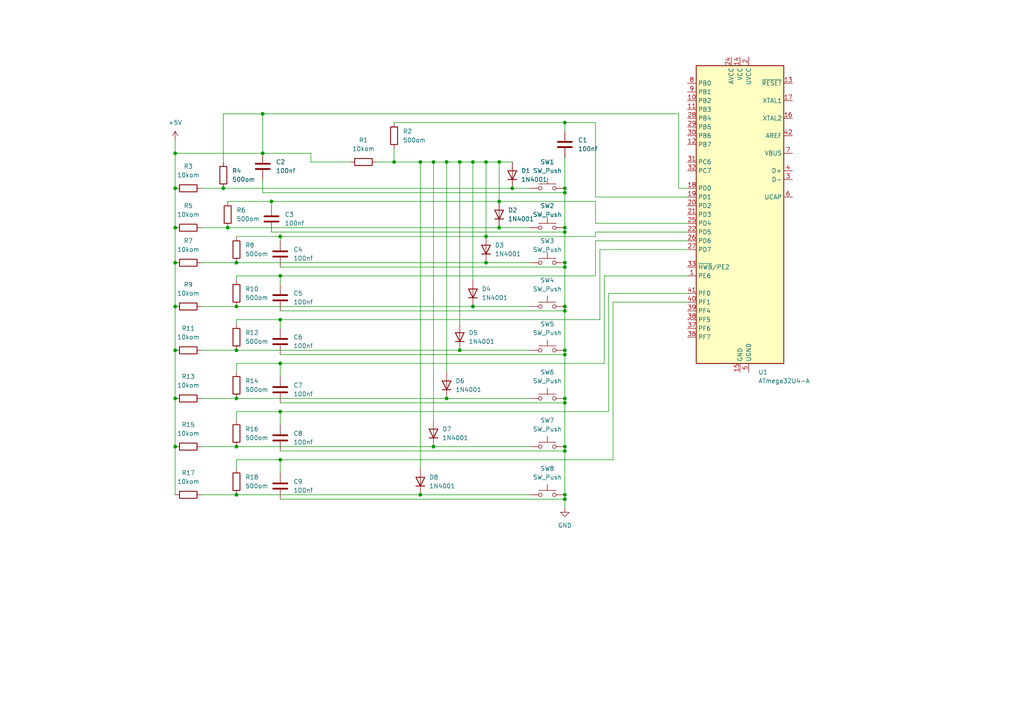
<source format=kicad_sch>
(kicad_sch (version 20211123) (generator eeschema)
  (paper "A4")
  (lib_symbols
    (symbol "Device:C" (pin_numbers hide) (pin_names (offset 0.254))
      (property "Reference" "C" (at 0.635 2.54 0))
      (property "Value" "C" (at 0.635 -2.54 0))
      (symbol "C_0_1"
        (polyline (pts (xy -2.032 -0.762) (xy 2.032 -0.762)) (stroke (width 0.508)))
        (polyline (pts (xy -2.032 0.762) (xy 2.032 0.762)) (stroke (width 0.508)))
      )
      (symbol "C_1_1"
        (pin passive line (at 0 3.81 270) (length 2.794) (name "~") (number "1"))
        (pin passive line (at 0 -3.81 90) (length 2.794) (name "~") (number "2"))
      )
    )
    (symbol "Device:R" (pin_numbers hide) (pin_names (offset 0))
      (property "Reference" "R" (at 2.032 0 90))
      (property "Value" "R" (at 0 0 90))
      (symbol "R_0_1"
        (rectangle (start -1.016 -2.54) (end 1.016 2.54) (stroke (width 0.254)))
      )
      (symbol "R_1_1"
        (pin passive line (at 0 3.81 270) (length 1.27) (name "~") (number "1"))
        (pin passive line (at 0 -3.81 90) (length 1.27) (name "~") (number "2"))
      )
    )
    (symbol "Diode:1N4001" (pin_numbers hide) (pin_names (offset 1.016) hide)
      (property "Reference" "D" (at 0 2.54 0))
      (property "Value" "1N4001" (at 0 -2.54 0))
      (symbol "1N4001_0_1"
        (polyline (pts (xy -1.27 1.27) (xy -1.27 -1.27)) (stroke (width 0.254)))
        (polyline (pts (xy 1.27 0) (xy -1.27 0)))
        (polyline (pts (xy 1.27 1.27) (xy 1.27 -1.27) (xy -1.27 0) (xy 1.27 1.27)) (stroke (width 0.254)))
      )
      (symbol "1N4001_1_1"
        (pin passive line (at -3.81 0 0) (length 2.54) (name "K") (number "1"))
        (pin passive line (at 3.81 0 180) (length 2.54) (name "A") (number "2"))
      )
    )
    (symbol "MCU_Microchip_ATmega:ATmega32U4-A"
      (property "Reference" "U" (at -12.7 44.45 0))
      (property "Value" "ATmega32U4-A" (at 2.54 -44.45 0))
      (symbol "ATmega32U4-A_0_1"
        (rectangle (start -12.7 -43.18) (end 12.7 43.18) (stroke (width 0.254)) (fill (type background)))
      )
      (symbol "ATmega32U4-A_1_1"
        (pin bidirectional line (at 15.24 -17.78 180) (length 2.54) (name "PE6") (number "1"))
        (pin bidirectional line (at 15.24 33.02 180) (length 2.54) (name "PB2") (number "10"))
        (pin bidirectional line (at 15.24 30.48 180) (length 2.54) (name "PB3") (number "11"))
        (pin bidirectional line (at 15.24 20.32 180) (length 2.54) (name "PB7") (number "12"))
        (pin input line (at -15.24 38.1 0) (length 2.54) (name "~{RESET}") (number "13"))
        (pin power_in line (at 0 45.72 270) (length 2.54) (name "VCC") (number "14"))
        (pin power_in line (at 0 -45.72 90) (length 2.54) (name "GND") (number "15"))
        (pin output line (at -15.24 27.94 0) (length 2.54) (name "XTAL2") (number "16"))
        (pin input line (at -15.24 33.02 0) (length 2.54) (name "XTAL1") (number "17"))
        (pin bidirectional line (at 15.24 7.62 180) (length 2.54) (name "PD0") (number "18"))
        (pin bidirectional line (at 15.24 5.08 180) (length 2.54) (name "PD1") (number "19"))
        (pin power_in line (at -2.54 45.72 270) (length 2.54) (name "UVCC") (number "2"))
        (pin bidirectional line (at 15.24 2.54 180) (length 2.54) (name "PD2") (number "20"))
        (pin bidirectional line (at 15.24 0 180) (length 2.54) (name "PD3") (number "21"))
        (pin bidirectional line (at 15.24 -5.08 180) (length 2.54) (name "PD5") (number "22"))
        (pin passive line (at 0 -45.72 90) (length 2.54) hide (name "GND") (number "23"))
        (pin power_in line (at 2.54 45.72 270) (length 2.54) (name "AVCC") (number "24"))
        (pin bidirectional line (at 15.24 -2.54 180) (length 2.54) (name "PD4") (number "25"))
        (pin bidirectional line (at 15.24 -7.62 180) (length 2.54) (name "PD6") (number "26"))
        (pin bidirectional line (at 15.24 -10.16 180) (length 2.54) (name "PD7") (number "27"))
        (pin bidirectional line (at 15.24 27.94 180) (length 2.54) (name "PB4") (number "28"))
        (pin bidirectional line (at 15.24 25.4 180) (length 2.54) (name "PB5") (number "29"))
        (pin bidirectional line (at -15.24 10.16 0) (length 2.54) (name "D-") (number "3"))
        (pin bidirectional line (at 15.24 22.86 180) (length 2.54) (name "PB6") (number "30"))
        (pin bidirectional line (at 15.24 15.24 180) (length 2.54) (name "PC6") (number "31"))
        (pin bidirectional line (at 15.24 12.7 180) (length 2.54) (name "PC7") (number "32"))
        (pin bidirectional line (at 15.24 -15.24 180) (length 2.54) (name "~{HWB}/PE2") (number "33"))
        (pin passive line (at 0 45.72 270) (length 2.54) hide (name "VCC") (number "34"))
        (pin passive line (at 0 -45.72 90) (length 2.54) hide (name "GND") (number "35"))
        (pin bidirectional line (at 15.24 -35.56 180) (length 2.54) (name "PF7") (number "36"))
        (pin bidirectional line (at 15.24 -33.02 180) (length 2.54) (name "PF6") (number "37"))
        (pin bidirectional line (at 15.24 -30.48 180) (length 2.54) (name "PF5") (number "38"))
        (pin bidirectional line (at 15.24 -27.94 180) (length 2.54) (name "PF4") (number "39"))
        (pin bidirectional line (at -15.24 12.7 0) (length 2.54) (name "D+") (number "4"))
        (pin bidirectional line (at 15.24 -25.4 180) (length 2.54) (name "PF1") (number "40"))
        (pin bidirectional line (at 15.24 -22.86 180) (length 2.54) (name "PF0") (number "41"))
        (pin passive line (at -15.24 22.86 0) (length 2.54) (name "AREF") (number "42"))
        (pin passive line (at 0 -45.72 90) (length 2.54) hide (name "GND") (number "43"))
        (pin passive line (at 2.54 45.72 270) (length 2.54) hide (name "AVCC") (number "44"))
        (pin passive line (at -2.54 -45.72 90) (length 2.54) (name "UGND") (number "5"))
        (pin passive line (at -15.24 5.08 0) (length 2.54) (name "UCAP") (number "6"))
        (pin input line (at -15.24 17.78 0) (length 2.54) (name "VBUS") (number "7"))
        (pin bidirectional line (at 15.24 38.1 180) (length 2.54) (name "PB0") (number "8"))
        (pin bidirectional line (at 15.24 35.56 180) (length 2.54) (name "PB1") (number "9"))
      )
    )
    (symbol "Switch:SW_Push" (pin_numbers hide) (pin_names (offset 1.016) hide)
      (property "Reference" "SW" (at 1.27 2.54 0))
      (property "Value" "SW_Push" (at 0 -1.524 0))
      (symbol "SW_Push_0_1"
        (circle (center -2.032 0) (radius 0.508))
        (polyline (pts (xy 0 1.27) (xy 0 3.048)))
        (polyline (pts (xy 2.54 1.27) (xy -2.54 1.27)))
        (circle (center 2.032 0) (radius 0.508))
        (pin passive line (at -5.08 0 0) (length 2.54) (name "1") (number "1"))
        (pin passive line (at 5.08 0 180) (length 2.54) (name "2") (number "2"))
      )
    )
    (symbol "power:+5V" (power) (pin_names (offset 0))
      (property "Value" "+5V" (at 0 3.556 0))
      (symbol "+5V_0_1"
        (polyline (pts (xy -0.762 1.27) (xy 0 2.54)))
        (polyline (pts (xy 0 0) (xy 0 2.54)))
        (polyline (pts (xy 0 2.54) (xy 0.762 1.27)))
      )
      (symbol "+5V_1_1"
        (pin power_in line (at 0 0 90) (length 0) hide (name "+5V") (number "1"))
      )
    )
    (symbol "power:GND" (power) (pin_names (offset 0))
      (property "Value" "GND" (at 0 -3.81 0))
      (symbol "GND_0_1"
        (polyline (pts (xy 0 0) (xy 0 -1.27) (xy 1.27 -1.27) (xy 0 -2.54) (xy -1.27 -1.27) (xy 0 -1.27)))
      )
      (symbol "GND_1_1"
        (pin power_in line (at 0 0 270) (length 0) hide (name "GND") (number "1"))
      )
    )
  )
  (junction (at 148.59 54.61))
  (junction (at 125.73 129.54))
  (junction (at 163.83 88.9))
  (junction (at 163.83 143.51))
  (junction (at 50.8 88.9))
  (junction (at 125.73 46.99))
  (junction (at 64.77 54.61))
  (junction (at 163.83 130.81))
  (junction (at 163.83 116.84))
  (junction (at 68.58 88.9))
  (junction (at 163.83 54.61))
  (junction (at 121.92 143.51))
  (junction (at 144.78 66.04))
  (junction (at 163.83 90.17))
  (junction (at 50.8 101.6))
  (junction (at 50.8 66.04))
  (junction (at 140.97 68.58))
  (junction (at 163.83 35.56))
  (junction (at 137.16 46.99))
  (junction (at 50.8 54.61))
  (junction (at 68.58 115.57))
  (junction (at 133.35 46.99))
  (junction (at 68.58 129.54))
  (junction (at 121.92 46.99))
  (junction (at 140.97 76.2))
  (junction (at 163.83 67.31))
  (junction (at 129.54 46.99))
  (junction (at 81.28 68.58))
  (junction (at 76.2 44.45))
  (junction (at 163.83 144.78))
  (junction (at 163.83 129.54))
  (junction (at 68.58 101.6))
  (junction (at 81.28 119.38))
  (junction (at 163.83 55.88))
  (junction (at 140.97 46.99))
  (junction (at 68.58 76.2))
  (junction (at 137.16 88.9))
  (junction (at 114.3 46.99))
  (junction (at 163.83 115.57))
  (junction (at 163.83 101.6))
  (junction (at 163.83 76.2))
  (junction (at 81.28 105.41))
  (junction (at 144.78 46.99))
  (junction (at 50.8 44.45))
  (junction (at 163.83 102.87))
  (junction (at 133.35 101.6))
  (junction (at 50.8 129.54))
  (junction (at 81.28 80.01))
  (junction (at 78.74 58.42))
  (junction (at 163.83 66.04))
  (junction (at 50.8 76.2))
  (junction (at 81.28 92.71))
  (junction (at 81.28 133.35))
  (junction (at 68.58 143.51))
  (junction (at 66.04 66.04))
  (junction (at 129.54 115.57))
  (junction (at 163.83 77.47))
  (junction (at 50.8 115.57))
  (junction (at 76.2 33.02))
  (junction (at 144.78 58.42))
  (wire (pts (xy 58.42 88.9) (xy 68.58 88.9)))
  (wire (pts (xy 68.58 133.35) (xy 81.28 133.35)))
  (wire (pts (xy 50.8 40.64) (xy 50.8 44.45)))
  (wire (pts (xy 172.72 64.77) (xy 199.39 64.77)))
  (wire (pts (xy 196.85 54.61) (xy 199.39 54.61)))
  (wire (pts (xy 81.28 144.78) (xy 163.83 144.78)))
  (wire (pts (xy 121.92 46.99) (xy 121.92 135.89)))
  (wire (pts (xy 50.8 44.45) (xy 50.8 54.61)))
  (wire (pts (xy 163.83 144.78) (xy 163.83 147.32)))
  (wire (pts (xy 144.78 58.42) (xy 172.72 58.42)))
  (wire (pts (xy 58.42 115.57) (xy 68.58 115.57)))
  (wire (pts (xy 125.73 46.99) (xy 129.54 46.99)))
  (wire (pts (xy 163.83 66.04) (xy 163.83 67.31)))
  (wire (pts (xy 64.77 33.02) (xy 76.2 33.02)))
  (wire (pts (xy 163.83 116.84) (xy 163.83 129.54)))
  (wire (pts (xy 64.77 46.99) (xy 64.77 33.02)))
  (wire (pts (xy 68.58 107.95) (xy 68.58 105.41)))
  (wire (pts (xy 163.83 35.56) (xy 114.3 35.56)))
  (wire (pts (xy 172.72 58.42) (xy 172.72 64.77)))
  (wire (pts (xy 148.59 54.61) (xy 153.67 54.61)))
  (wire (pts (xy 81.28 116.84) (xy 163.83 116.84)))
  (wire (pts (xy 173.99 92.71) (xy 173.99 72.39)))
  (wire (pts (xy 177.8 87.63) (xy 199.39 87.63)))
  (wire (pts (xy 68.58 93.98) (xy 68.58 92.71)))
  (wire (pts (xy 140.97 46.99) (xy 140.97 68.58)))
  (wire (pts (xy 129.54 115.57) (xy 153.67 115.57)))
  (wire (pts (xy 172.72 57.15) (xy 172.72 35.56)))
  (wire (pts (xy 50.8 76.2) (xy 50.8 88.9)))
  (wire (pts (xy 78.74 58.42) (xy 78.74 59.69)))
  (wire (pts (xy 163.83 45.72) (xy 163.83 54.61)))
  (wire (pts (xy 172.72 68.58) (xy 172.72 67.31)))
  (wire (pts (xy 68.58 105.41) (xy 81.28 105.41)))
  (wire (pts (xy 137.16 46.99) (xy 137.16 81.28)))
  (wire (pts (xy 140.97 68.58) (xy 172.72 68.58)))
  (wire (pts (xy 66.04 66.04) (xy 144.78 66.04)))
  (wire (pts (xy 68.58 129.54) (xy 125.73 129.54)))
  (wire (pts (xy 163.83 129.54) (xy 163.83 130.81)))
  (wire (pts (xy 81.28 77.47) (xy 163.83 77.47)))
  (wire (pts (xy 137.16 46.99) (xy 140.97 46.99)))
  (wire (pts (xy 78.74 67.31) (xy 163.83 67.31)))
  (wire (pts (xy 58.42 129.54) (xy 68.58 129.54)))
  (wire (pts (xy 81.28 105.41) (xy 175.26 105.41)))
  (wire (pts (xy 50.8 54.61) (xy 50.8 66.04)))
  (wire (pts (xy 163.83 77.47) (xy 163.83 88.9)))
  (wire (pts (xy 78.74 58.42) (xy 144.78 58.42)))
  (wire (pts (xy 176.53 85.09) (xy 199.39 85.09)))
  (wire (pts (xy 81.28 119.38) (xy 176.53 119.38)))
  (wire (pts (xy 163.83 76.2) (xy 163.83 77.47)))
  (wire (pts (xy 68.58 68.58) (xy 81.28 68.58)))
  (wire (pts (xy 114.3 43.18) (xy 114.3 46.99)))
  (wire (pts (xy 58.42 54.61) (xy 64.77 54.61)))
  (wire (pts (xy 121.92 46.99) (xy 125.73 46.99)))
  (wire (pts (xy 50.8 129.54) (xy 50.8 143.51)))
  (wire (pts (xy 76.2 33.02) (xy 196.85 33.02)))
  (wire (pts (xy 177.8 133.35) (xy 177.8 87.63)))
  (wire (pts (xy 163.83 102.87) (xy 163.83 115.57)))
  (wire (pts (xy 199.39 57.15) (xy 172.72 57.15)))
  (wire (pts (xy 50.8 66.04) (xy 50.8 76.2)))
  (wire (pts (xy 163.83 90.17) (xy 163.83 101.6)))
  (wire (pts (xy 163.83 88.9) (xy 163.83 90.17)))
  (wire (pts (xy 58.42 76.2) (xy 68.58 76.2)))
  (wire (pts (xy 90.17 46.99) (xy 90.17 44.45)))
  (wire (pts (xy 163.83 55.88) (xy 163.83 66.04)))
  (wire (pts (xy 137.16 88.9) (xy 153.67 88.9)))
  (wire (pts (xy 163.83 54.61) (xy 163.83 55.88)))
  (wire (pts (xy 81.28 133.35) (xy 177.8 133.35)))
  (wire (pts (xy 175.26 105.41) (xy 175.26 80.01)))
  (wire (pts (xy 125.73 129.54) (xy 153.67 129.54)))
  (wire (pts (xy 172.72 69.85) (xy 199.39 69.85)))
  (wire (pts (xy 81.28 133.35) (xy 81.28 137.16)))
  (wire (pts (xy 68.58 76.2) (xy 140.97 76.2)))
  (wire (pts (xy 68.58 135.89) (xy 68.58 133.35)))
  (wire (pts (xy 76.2 44.45) (xy 90.17 44.45)))
  (wire (pts (xy 50.8 115.57) (xy 50.8 129.54)))
  (wire (pts (xy 129.54 46.99) (xy 133.35 46.99)))
  (wire (pts (xy 129.54 46.99) (xy 129.54 107.95)))
  (wire (pts (xy 163.83 115.57) (xy 163.83 116.84)))
  (wire (pts (xy 76.2 55.88) (xy 163.83 55.88)))
  (wire (pts (xy 68.58 101.6) (xy 133.35 101.6)))
  (wire (pts (xy 173.99 72.39) (xy 199.39 72.39)))
  (wire (pts (xy 140.97 76.2) (xy 153.67 76.2)))
  (wire (pts (xy 76.2 52.07) (xy 76.2 55.88)))
  (wire (pts (xy 109.22 46.99) (xy 114.3 46.99)))
  (wire (pts (xy 68.58 121.92) (xy 68.58 119.38)))
  (wire (pts (xy 68.58 115.57) (xy 129.54 115.57)))
  (wire (pts (xy 176.53 119.38) (xy 176.53 85.09)))
  (wire (pts (xy 175.26 80.01) (xy 199.39 80.01)))
  (wire (pts (xy 58.42 143.51) (xy 68.58 143.51)))
  (wire (pts (xy 114.3 46.99) (xy 121.92 46.99)))
  (wire (pts (xy 163.83 130.81) (xy 163.83 143.51)))
  (wire (pts (xy 133.35 46.99) (xy 133.35 93.98)))
  (wire (pts (xy 81.28 80.01) (xy 81.28 82.55)))
  (wire (pts (xy 50.8 44.45) (xy 76.2 44.45)))
  (wire (pts (xy 144.78 46.99) (xy 148.59 46.99)))
  (wire (pts (xy 81.28 92.71) (xy 81.28 95.25)))
  (wire (pts (xy 196.85 33.02) (xy 196.85 54.61)))
  (wire (pts (xy 81.28 92.71) (xy 173.99 92.71)))
  (wire (pts (xy 172.72 67.31) (xy 199.39 67.31)))
  (wire (pts (xy 172.72 35.56) (xy 163.83 35.56)))
  (wire (pts (xy 133.35 101.6) (xy 153.67 101.6)))
  (wire (pts (xy 68.58 88.9) (xy 137.16 88.9)))
  (wire (pts (xy 76.2 33.02) (xy 76.2 44.45)))
  (wire (pts (xy 81.28 105.41) (xy 81.28 109.22)))
  (wire (pts (xy 68.58 81.28) (xy 68.58 80.01)))
  (wire (pts (xy 68.58 92.71) (xy 81.28 92.71)))
  (wire (pts (xy 58.42 101.6) (xy 68.58 101.6)))
  (wire (pts (xy 81.28 102.87) (xy 163.83 102.87)))
  (wire (pts (xy 133.35 46.99) (xy 137.16 46.99)))
  (wire (pts (xy 50.8 101.6) (xy 50.8 115.57)))
  (wire (pts (xy 101.6 46.99) (xy 90.17 46.99)))
  (wire (pts (xy 163.83 101.6) (xy 163.83 102.87)))
  (wire (pts (xy 81.28 130.81) (xy 163.83 130.81)))
  (wire (pts (xy 68.58 119.38) (xy 81.28 119.38)))
  (wire (pts (xy 50.8 88.9) (xy 50.8 101.6)))
  (wire (pts (xy 163.83 35.56) (xy 163.83 38.1)))
  (wire (pts (xy 121.92 143.51) (xy 153.67 143.51)))
  (wire (pts (xy 81.28 68.58) (xy 140.97 68.58)))
  (wire (pts (xy 64.77 54.61) (xy 148.59 54.61)))
  (wire (pts (xy 144.78 66.04) (xy 153.67 66.04)))
  (wire (pts (xy 81.28 119.38) (xy 81.28 123.19)))
  (wire (pts (xy 172.72 80.01) (xy 172.72 69.85)))
  (wire (pts (xy 163.83 67.31) (xy 163.83 76.2)))
  (wire (pts (xy 68.58 80.01) (xy 81.28 80.01)))
  (wire (pts (xy 68.58 143.51) (xy 121.92 143.51)))
  (wire (pts (xy 140.97 46.99) (xy 144.78 46.99)))
  (wire (pts (xy 125.73 46.99) (xy 125.73 121.92)))
  (wire (pts (xy 163.83 143.51) (xy 163.83 144.78)))
  (wire (pts (xy 144.78 46.99) (xy 144.78 58.42)))
  (wire (pts (xy 58.42 66.04) (xy 66.04 66.04)))
  (wire (pts (xy 81.28 68.58) (xy 81.28 69.85)))
  (wire (pts (xy 66.04 58.42) (xy 78.74 58.42)))
  (wire (pts (xy 81.28 90.17) (xy 163.83 90.17)))
  (wire (pts (xy 81.28 80.01) (xy 172.72 80.01)))
  (symbol (lib_id "Switch:SW_Push") (at 158.75 101.6 0) (unit 1)
    (property "Reference" "SW5" (at 158.75 93.98 0))
    (property "Value" "SW_Push" (at 158.75 96.52 0))
  )
  (symbol (lib_id "Diode:1N4001") (at 148.59 50.8 90) (unit 1)
    (property "Reference" "D1" (at 151.13 49.5299 90) (effects (justify right)))
    (property "Value" "1N4001" (at 151.13 52.0699 90) (effects (justify right)))
    (property "Footprint" "Diode_THT:D_DO-41_SOD81_P10.16mm_Horizontal" (effects hide))
    (property "Datasheet" "http://www.vishay.com/docs/88503/1n4001.pdf" (effects hide))
  )
  (symbol (lib_id "Device:R") (at 68.58 72.39 0) (unit 1)
    (property "Reference" "R8" (at 71.12 71.1199 0) (effects (justify left)))
    (property "Value" "500om" (at 71.12 73.6599 0) (effects (justify left)))
  )
  (symbol (lib_id "Device:R") (at 68.58 111.76 0) (unit 1)
    (property "Reference" "R14" (at 71.12 110.4899 0) (effects (justify left)))
    (property "Value" "500om" (at 71.12 113.0299 0) (effects (justify left)))
  )
  (symbol (lib_id "Device:R") (at 54.61 76.2 90) (unit 1)
    (property "Reference" "R7" (at 54.61 69.85 90))
    (property "Value" "10kom" (at 54.61 72.39 90))
  )
  (symbol (lib_id "Device:R") (at 68.58 85.09 0) (unit 1)
    (property "Reference" "R10" (at 71.12 83.8199 0) (effects (justify left)))
    (property "Value" "500om" (at 71.12 86.3599 0) (effects (justify left)))
  )
  (symbol (lib_id "Switch:SW_Push") (at 158.75 115.57 0) (unit 1)
    (property "Reference" "SW6" (at 158.75 107.95 0))
    (property "Value" "SW_Push" (at 158.75 110.49 0))
  )
  (symbol (lib_id "Device:C") (at 81.28 73.66 0) (unit 1)
    (property "Reference" "C4" (at 85.09 72.3899 0) (effects (justify left)))
    (property "Value" "100nf" (at 85.09 74.9299 0) (effects (justify left)))
  )
  (symbol (lib_id "MCU_Microchip_ATmega:ATmega32U4-A") (at 214.63 62.23 0) (mirror y) (unit 1)
    (property "Reference" "U1" (at 219.9387 107.95 0) (effects (justify right)))
    (property "Value" "ATmega32U4-A" (at 219.9387 110.49 0) (effects (justify right)))
    (property "Footprint" "Package_QFP:TQFP-44_10x10mm_P0.8mm" (effects hide))
    (property "Datasheet" "http://ww1.microchip.com/downloads/en/DeviceDoc/Atmel-7766-8-bit-AVR-ATmega16U4-32U4_Datasheet.pdf" (effects hide))
  )
  (symbol (lib_id "Device:R") (at 68.58 139.7 0) (unit 1)
    (property "Reference" "R18" (at 71.12 138.4299 0) (effects (justify left)))
    (property "Value" "500om" (at 71.12 140.9699 0) (effects (justify left)))
  )
  (symbol (lib_id "Device:C") (at 81.28 86.36 0) (unit 1)
    (property "Reference" "C5" (at 85.09 85.0899 0) (effects (justify left)))
    (property "Value" "100nf" (at 85.09 87.6299 0) (effects (justify left)))
  )
  (symbol (lib_id "Device:R") (at 54.61 115.57 90) (unit 1)
    (property "Reference" "R13" (at 54.61 109.22 90))
    (property "Value" "10kom" (at 54.61 111.76 90))
  )
  (symbol (lib_id "Device:C") (at 78.74 63.5 0) (unit 1)
    (property "Reference" "C3" (at 82.55 62.2299 0) (effects (justify left)))
    (property "Value" "100nf" (at 82.55 64.7699 0) (effects (justify left)))
  )
  (symbol (lib_id "Device:C") (at 81.28 140.97 0) (unit 1)
    (property "Reference" "C9" (at 85.09 139.6999 0) (effects (justify left)))
    (property "Value" "100nf" (at 85.09 142.2399 0) (effects (justify left)))
  )
  (symbol (lib_id "Diode:1N4001") (at 125.73 125.73 90) (unit 1)
    (property "Reference" "D7" (at 128.27 124.4599 90) (effects (justify right)))
    (property "Value" "1N4001" (at 128.27 126.9999 90) (effects (justify right)))
    (property "Footprint" "Diode_THT:D_DO-41_SOD81_P10.16mm_Horizontal" (effects hide))
    (property "Datasheet" "http://www.vishay.com/docs/88503/1n4001.pdf" (effects hide))
  )
  (symbol (lib_id "Device:C") (at 81.28 99.06 0) (unit 1)
    (property "Reference" "C6" (at 85.09 97.7899 0) (effects (justify left)))
    (property "Value" "100nf" (at 85.09 100.3299 0) (effects (justify left)))
  )
  (symbol (lib_id "Device:R") (at 114.3 39.37 0) (unit 1)
    (property "Reference" "R2" (at 116.84 38.0999 0) (effects (justify left)))
    (property "Value" "500om" (at 116.84 40.6399 0) (effects (justify left)))
  )
  (symbol (lib_id "Device:C") (at 76.2 48.26 0) (unit 1)
    (property "Reference" "C2" (at 80.01 46.9899 0) (effects (justify left)))
    (property "Value" "100nf" (at 80.01 49.5299 0) (effects (justify left)))
  )
  (symbol (lib_id "Switch:SW_Push") (at 158.75 54.61 0) (unit 1)
    (property "Reference" "SW1" (at 158.75 46.99 0))
    (property "Value" "SW_Push" (at 158.75 49.53 0))
  )
  (symbol (lib_id "Switch:SW_Push") (at 158.75 143.51 0) (unit 1)
    (property "Reference" "SW8" (at 158.75 135.89 0))
    (property "Value" "SW_Push" (at 158.75 138.43 0))
  )
  (symbol (lib_id "Switch:SW_Push") (at 158.75 129.54 0) (unit 1)
    (property "Reference" "SW7" (at 158.75 121.92 0))
    (property "Value" "SW_Push" (at 158.75 124.46 0))
  )
  (symbol (lib_id "Device:C") (at 81.28 127 0) (unit 1)
    (property "Reference" "C8" (at 85.09 125.7299 0) (effects (justify left)))
    (property "Value" "100nf" (at 85.09 128.2699 0) (effects (justify left)))
  )
  (symbol (lib_id "Switch:SW_Push") (at 158.75 88.9 0) (unit 1)
    (property "Reference" "SW4" (at 158.75 81.28 0))
    (property "Value" "SW_Push" (at 158.75 83.82 0))
  )
  (symbol (lib_id "Device:C") (at 81.28 113.03 0) (unit 1)
    (property "Reference" "C7" (at 85.09 111.7599 0) (effects (justify left)))
    (property "Value" "100nf" (at 85.09 114.2999 0) (effects (justify left)))
  )
  (symbol (lib_id "Switch:SW_Push") (at 158.75 66.04 0) (unit 1)
    (property "Reference" "SW2" (at 158.75 59.69 0))
    (property "Value" "SW_Push" (at 158.75 62.23 0))
  )
  (symbol (lib_id "power:+5V") (at 50.8 40.64 0) (unit 1)
    (property "Reference" "#PWR0101" (effects hide))
    (property "Value" "+5V" (at 50.8 35.56 0))
  )
  (symbol (lib_id "Device:R") (at 68.58 125.73 0) (unit 1)
    (property "Reference" "R16" (at 71.12 124.4599 0) (effects (justify left)))
    (property "Value" "500om" (at 71.12 126.9999 0) (effects (justify left)))
  )
  (symbol (lib_id "power:GND") (at 163.83 147.32 0) (unit 1)
    (property "Reference" "#PWR0102" (effects hide))
    (property "Value" "GND" (at 163.83 152.4 0))
  )
  (symbol (lib_id "Switch:SW_Push") (at 158.75 76.2 0) (unit 1)
    (property "Reference" "SW3" (at 158.75 69.85 0))
    (property "Value" "SW_Push" (at 158.75 72.39 0))
  )
  (symbol (lib_id "Diode:1N4001") (at 140.97 72.39 90) (unit 1)
    (property "Reference" "D3" (at 143.51 71.1199 90) (effects (justify right)))
    (property "Value" "1N4001" (at 143.51 73.6599 90) (effects (justify right)))
    (property "Footprint" "Diode_THT:D_DO-41_SOD81_P10.16mm_Horizontal" (effects hide))
    (property "Datasheet" "http://www.vishay.com/docs/88503/1n4001.pdf" (effects hide))
  )
  (symbol (lib_id "Device:R") (at 54.61 88.9 90) (unit 1)
    (property "Reference" "R9" (at 54.61 82.55 90))
    (property "Value" "10kom" (at 54.61 85.09 90))
  )
  (symbol (lib_id "Device:R") (at 54.61 129.54 90) (unit 1)
    (property "Reference" "R15" (at 54.61 123.19 90))
    (property "Value" "10kom" (at 54.61 125.73 90))
  )
  (symbol (lib_id "Device:R") (at 54.61 143.51 90) (unit 1)
    (property "Reference" "R17" (at 54.61 137.16 90))
    (property "Value" "10kom" (at 54.61 139.7 90))
  )
  (symbol (lib_id "Device:R") (at 68.58 97.79 0) (unit 1)
    (property "Reference" "R12" (at 71.12 96.5199 0) (effects (justify left)))
    (property "Value" "500om" (at 71.12 99.0599 0) (effects (justify left)))
  )
  (symbol (lib_id "Diode:1N4001") (at 144.78 62.23 90) (unit 1)
    (property "Reference" "D2" (at 147.32 60.9599 90) (effects (justify right)))
    (property "Value" "1N4001" (at 147.32 63.4999 90) (effects (justify right)))
    (property "Footprint" "Diode_THT:D_DO-41_SOD81_P10.16mm_Horizontal" (effects hide))
    (property "Datasheet" "http://www.vishay.com/docs/88503/1n4001.pdf" (effects hide))
  )
  (symbol (lib_id "Diode:1N4001") (at 133.35 97.79 90) (unit 1)
    (property "Reference" "D5" (at 135.89 96.5199 90) (effects (justify right)))
    (property "Value" "1N4001" (at 135.89 99.0599 90) (effects (justify right)))
    (property "Footprint" "Diode_THT:D_DO-41_SOD81_P10.16mm_Horizontal" (effects hide))
    (property "Datasheet" "http://www.vishay.com/docs/88503/1n4001.pdf" (effects hide))
  )
  (symbol (lib_id "Diode:1N4001") (at 137.16 85.09 90) (unit 1)
    (property "Reference" "D4" (at 139.7 83.8199 90) (effects (justify right)))
    (property "Value" "1N4001" (at 139.7 86.3599 90) (effects (justify right)))
    (property "Footprint" "Diode_THT:D_DO-41_SOD81_P10.16mm_Horizontal" (effects hide))
    (property "Datasheet" "http://www.vishay.com/docs/88503/1n4001.pdf" (effects hide))
  )
  (symbol (lib_id "Diode:1N4001") (at 129.54 111.76 90) (unit 1)
    (property "Reference" "D6" (at 132.08 110.4899 90) (effects (justify right)))
    (property "Value" "1N4001" (at 132.08 113.0299 90) (effects (justify right)))
    (property "Footprint" "Diode_THT:D_DO-41_SOD81_P10.16mm_Horizontal" (effects hide))
    (property "Datasheet" "http://www.vishay.com/docs/88503/1n4001.pdf" (effects hide))
  )
  (symbol (lib_id "Diode:1N4001") (at 121.92 139.7 90) (unit 1)
    (property "Reference" "D8" (at 124.46 138.4299 90) (effects (justify right)))
    (property "Value" "1N4001" (at 124.46 140.9699 90) (effects (justify right)))
    (property "Footprint" "Diode_THT:D_DO-41_SOD81_P10.16mm_Horizontal" (effects hide))
    (property "Datasheet" "http://www.vishay.com/docs/88503/1n4001.pdf" (effects hide))
  )
  (symbol (lib_id "Device:C") (at 163.83 41.91 0) (unit 1)
    (property "Reference" "C1" (at 167.64 40.6399 0) (effects (justify left)))
    (property "Value" "100nf" (at 167.64 43.1799 0) (effects (justify left)))
  )
  (symbol (lib_id "Device:R") (at 105.41 46.99 90) (unit 1)
    (property "Reference" "R1" (at 105.41 40.64 90))
    (property "Value" "10kom" (at 105.41 43.18 90))
  )
  (symbol (lib_id "Device:R") (at 66.04 62.23 0) (unit 1)
    (property "Reference" "R6" (at 68.58 60.9599 0) (effects (justify left)))
    (property "Value" "500om" (at 68.58 63.4999 0) (effects (justify left)))
  )
  (symbol (lib_id "Device:R") (at 54.61 101.6 90) (unit 1)
    (property "Reference" "R11" (at 54.61 95.25 90))
    (property "Value" "10kom" (at 54.61 97.79 90))
  )
  (symbol (lib_id "Device:R") (at 54.61 66.04 90) (unit 1)
    (property "Reference" "R5" (at 54.61 59.69 90))
    (property "Value" "10kom" (at 54.61 62.23 90))
  )
  (symbol (lib_id "Device:R") (at 64.77 50.8 0) (unit 1)
    (property "Reference" "R4" (at 67.31 49.5299 0) (effects (justify left)))
    (property "Value" "500om" (at 67.31 52.0699 0) (effects (justify left)))
  )
  (symbol (lib_id "Device:R") (at 54.61 54.61 90) (unit 1)
    (property "Reference" "R3" (at 54.61 48.26 90))
    (property "Value" "10kom" (at 54.61 50.8 90))
  )
)
</source>
